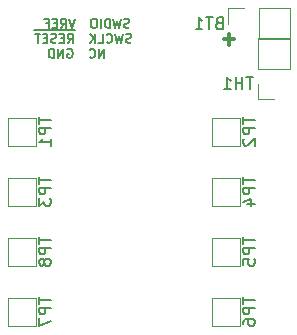
<source format=gbo>
G04 #@! TF.GenerationSoftware,KiCad,Pcbnew,(5.1.5)-3*
G04 #@! TF.CreationDate,2020-02-07T15:38:24-08:00*
G04 #@! TF.ProjectId,pcb,7063622e-6b69-4636-9164-5f7063625858,v1.1*
G04 #@! TF.SameCoordinates,Original*
G04 #@! TF.FileFunction,Legend,Bot*
G04 #@! TF.FilePolarity,Positive*
%FSLAX46Y46*%
G04 Gerber Fmt 4.6, Leading zero omitted, Abs format (unit mm)*
G04 Created by KiCad (PCBNEW (5.1.5)-3) date 2020-02-07 15:38:24*
%MOMM*%
%LPD*%
G04 APERTURE LIST*
%ADD10C,0.300000*%
%ADD11C,0.127000*%
%ADD12C,0.120000*%
%ADD13C,0.150000*%
G04 APERTURE END LIST*
D10*
X150164857Y-90719285D02*
X151079142Y-90719285D01*
X150622000Y-90262142D02*
X150622000Y-91176428D01*
D11*
X142167428Y-89716428D02*
X142058571Y-89752714D01*
X141877142Y-89752714D01*
X141804571Y-89716428D01*
X141768285Y-89680142D01*
X141732000Y-89607571D01*
X141732000Y-89535000D01*
X141768285Y-89462428D01*
X141804571Y-89426142D01*
X141877142Y-89389857D01*
X142022285Y-89353571D01*
X142094857Y-89317285D01*
X142131142Y-89281000D01*
X142167428Y-89208428D01*
X142167428Y-89135857D01*
X142131142Y-89063285D01*
X142094857Y-89027000D01*
X142022285Y-88990714D01*
X141840857Y-88990714D01*
X141732000Y-89027000D01*
X141478000Y-88990714D02*
X141296571Y-89752714D01*
X141151428Y-89208428D01*
X141006285Y-89752714D01*
X140824857Y-88990714D01*
X140534571Y-89752714D02*
X140534571Y-88990714D01*
X140353142Y-88990714D01*
X140244285Y-89027000D01*
X140171714Y-89099571D01*
X140135428Y-89172142D01*
X140099142Y-89317285D01*
X140099142Y-89426142D01*
X140135428Y-89571285D01*
X140171714Y-89643857D01*
X140244285Y-89716428D01*
X140353142Y-89752714D01*
X140534571Y-89752714D01*
X139772571Y-89752714D02*
X139772571Y-88990714D01*
X139264571Y-88990714D02*
X139119428Y-88990714D01*
X139046857Y-89027000D01*
X138974285Y-89099571D01*
X138938000Y-89244714D01*
X138938000Y-89498714D01*
X138974285Y-89643857D01*
X139046857Y-89716428D01*
X139119428Y-89752714D01*
X139264571Y-89752714D01*
X139337142Y-89716428D01*
X139409714Y-89643857D01*
X139446000Y-89498714D01*
X139446000Y-89244714D01*
X139409714Y-89099571D01*
X139337142Y-89027000D01*
X139264571Y-88990714D01*
X137559142Y-88990714D02*
X137305142Y-89752714D01*
X137051142Y-88990714D01*
X136361714Y-89752714D02*
X136615714Y-89389857D01*
X136797142Y-89752714D02*
X136797142Y-88990714D01*
X136506857Y-88990714D01*
X136434285Y-89027000D01*
X136398000Y-89063285D01*
X136361714Y-89135857D01*
X136361714Y-89244714D01*
X136398000Y-89317285D01*
X136434285Y-89353571D01*
X136506857Y-89389857D01*
X136797142Y-89389857D01*
X136035142Y-89353571D02*
X135781142Y-89353571D01*
X135672285Y-89752714D02*
X136035142Y-89752714D01*
X136035142Y-88990714D01*
X135672285Y-88990714D01*
X135091714Y-89353571D02*
X135345714Y-89353571D01*
X135345714Y-89752714D02*
X135345714Y-88990714D01*
X134982857Y-88990714D01*
X142330714Y-90986428D02*
X142221857Y-91022714D01*
X142040428Y-91022714D01*
X141967857Y-90986428D01*
X141931571Y-90950142D01*
X141895285Y-90877571D01*
X141895285Y-90805000D01*
X141931571Y-90732428D01*
X141967857Y-90696142D01*
X142040428Y-90659857D01*
X142185571Y-90623571D01*
X142258142Y-90587285D01*
X142294428Y-90551000D01*
X142330714Y-90478428D01*
X142330714Y-90405857D01*
X142294428Y-90333285D01*
X142258142Y-90297000D01*
X142185571Y-90260714D01*
X142004142Y-90260714D01*
X141895285Y-90297000D01*
X141641285Y-90260714D02*
X141459857Y-91022714D01*
X141314714Y-90478428D01*
X141169571Y-91022714D01*
X140988142Y-90260714D01*
X140262428Y-90950142D02*
X140298714Y-90986428D01*
X140407571Y-91022714D01*
X140480142Y-91022714D01*
X140589000Y-90986428D01*
X140661571Y-90913857D01*
X140697857Y-90841285D01*
X140734142Y-90696142D01*
X140734142Y-90587285D01*
X140697857Y-90442142D01*
X140661571Y-90369571D01*
X140589000Y-90297000D01*
X140480142Y-90260714D01*
X140407571Y-90260714D01*
X140298714Y-90297000D01*
X140262428Y-90333285D01*
X139573000Y-91022714D02*
X139935857Y-91022714D01*
X139935857Y-90260714D01*
X139319000Y-91022714D02*
X139319000Y-90260714D01*
X138883571Y-91022714D02*
X139210142Y-90587285D01*
X138883571Y-90260714D02*
X139319000Y-90696142D01*
X137577285Y-89964260D02*
X136815285Y-89964260D01*
X136960428Y-91022714D02*
X137214428Y-90659857D01*
X137395857Y-91022714D02*
X137395857Y-90260714D01*
X137105571Y-90260714D01*
X137033000Y-90297000D01*
X136996714Y-90333285D01*
X136960428Y-90405857D01*
X136960428Y-90514714D01*
X136996714Y-90587285D01*
X137033000Y-90623571D01*
X137105571Y-90659857D01*
X137395857Y-90659857D01*
X136815285Y-89964260D02*
X136125857Y-89964260D01*
X136633857Y-90623571D02*
X136379857Y-90623571D01*
X136271000Y-91022714D02*
X136633857Y-91022714D01*
X136633857Y-90260714D01*
X136271000Y-90260714D01*
X136125857Y-89964260D02*
X135400142Y-89964260D01*
X135980714Y-90986428D02*
X135871857Y-91022714D01*
X135690428Y-91022714D01*
X135617857Y-90986428D01*
X135581571Y-90950142D01*
X135545285Y-90877571D01*
X135545285Y-90805000D01*
X135581571Y-90732428D01*
X135617857Y-90696142D01*
X135690428Y-90659857D01*
X135835571Y-90623571D01*
X135908142Y-90587285D01*
X135944428Y-90551000D01*
X135980714Y-90478428D01*
X135980714Y-90405857D01*
X135944428Y-90333285D01*
X135908142Y-90297000D01*
X135835571Y-90260714D01*
X135654142Y-90260714D01*
X135545285Y-90297000D01*
X135400142Y-89964260D02*
X134710714Y-89964260D01*
X135218714Y-90623571D02*
X134964714Y-90623571D01*
X134855857Y-91022714D02*
X135218714Y-91022714D01*
X135218714Y-90260714D01*
X134855857Y-90260714D01*
X134710714Y-89964260D02*
X134130142Y-89964260D01*
X134638142Y-90260714D02*
X134202714Y-90260714D01*
X134420428Y-91022714D02*
X134420428Y-90260714D01*
X140062857Y-92292714D02*
X140062857Y-91530714D01*
X139627428Y-92292714D01*
X139627428Y-91530714D01*
X138829142Y-92220142D02*
X138865428Y-92256428D01*
X138974285Y-92292714D01*
X139046857Y-92292714D01*
X139155714Y-92256428D01*
X139228285Y-92183857D01*
X139264571Y-92111285D01*
X139300857Y-91966142D01*
X139300857Y-91857285D01*
X139264571Y-91712142D01*
X139228285Y-91639571D01*
X139155714Y-91567000D01*
X139046857Y-91530714D01*
X138974285Y-91530714D01*
X138865428Y-91567000D01*
X138829142Y-91603285D01*
X136942285Y-91567000D02*
X137014857Y-91530714D01*
X137123714Y-91530714D01*
X137232571Y-91567000D01*
X137305142Y-91639571D01*
X137341428Y-91712142D01*
X137377714Y-91857285D01*
X137377714Y-91966142D01*
X137341428Y-92111285D01*
X137305142Y-92183857D01*
X137232571Y-92256428D01*
X137123714Y-92292714D01*
X137051142Y-92292714D01*
X136942285Y-92256428D01*
X136906000Y-92220142D01*
X136906000Y-91966142D01*
X137051142Y-91966142D01*
X136579428Y-92292714D02*
X136579428Y-91530714D01*
X136144000Y-92292714D01*
X136144000Y-91530714D01*
X135781142Y-92292714D02*
X135781142Y-91530714D01*
X135599714Y-91530714D01*
X135490857Y-91567000D01*
X135418285Y-91639571D01*
X135382000Y-91712142D01*
X135345714Y-91857285D01*
X135345714Y-91966142D01*
X135382000Y-92111285D01*
X135418285Y-92183857D01*
X135490857Y-92256428D01*
X135599714Y-92292714D01*
X135781142Y-92292714D01*
D12*
X131896000Y-109912000D02*
X134296000Y-109912000D01*
X131896000Y-107512000D02*
X131896000Y-109912000D01*
X134296000Y-107512000D02*
X131896000Y-107512000D01*
X134296000Y-109912000D02*
X134296000Y-107512000D01*
X131896000Y-114992000D02*
X134296000Y-114992000D01*
X131896000Y-112592000D02*
X131896000Y-114992000D01*
X134296000Y-112592000D02*
X131896000Y-112592000D01*
X134296000Y-114992000D02*
X134296000Y-112592000D01*
X149168000Y-114992000D02*
X151568000Y-114992000D01*
X149168000Y-112592000D02*
X149168000Y-114992000D01*
X151568000Y-112592000D02*
X149168000Y-112592000D01*
X151568000Y-114992000D02*
X151568000Y-112592000D01*
X149168000Y-109912000D02*
X151568000Y-109912000D01*
X149168000Y-107512000D02*
X149168000Y-109912000D01*
X151568000Y-107512000D02*
X149168000Y-107512000D01*
X151568000Y-109912000D02*
X151568000Y-107512000D01*
X149168000Y-104832000D02*
X151568000Y-104832000D01*
X149168000Y-102432000D02*
X149168000Y-104832000D01*
X151568000Y-102432000D02*
X149168000Y-102432000D01*
X151568000Y-104832000D02*
X151568000Y-102432000D01*
X131896000Y-104832000D02*
X134296000Y-104832000D01*
X131896000Y-102432000D02*
X131896000Y-104832000D01*
X134296000Y-102432000D02*
X131896000Y-102432000D01*
X134296000Y-104832000D02*
X134296000Y-102432000D01*
X131896000Y-99752000D02*
X134296000Y-99752000D01*
X131896000Y-97352000D02*
X131896000Y-99752000D01*
X134296000Y-97352000D02*
X131896000Y-97352000D01*
X134296000Y-99752000D02*
X134296000Y-97352000D01*
X149168000Y-99752000D02*
X151568000Y-99752000D01*
X149168000Y-97352000D02*
X149168000Y-99752000D01*
X151568000Y-97352000D02*
X149168000Y-97352000D01*
X151568000Y-99752000D02*
X151568000Y-97352000D01*
X153102000Y-95818000D02*
X154432000Y-95818000D01*
X153102000Y-94488000D02*
X153102000Y-95818000D01*
X153102000Y-93218000D02*
X155762000Y-93218000D01*
X155762000Y-93218000D02*
X155762000Y-90618000D01*
X153102000Y-93218000D02*
X153102000Y-90618000D01*
X153102000Y-90618000D02*
X155762000Y-90618000D01*
X155762000Y-88078000D02*
X155762000Y-90738000D01*
X153162000Y-88078000D02*
X155762000Y-88078000D01*
X153162000Y-90738000D02*
X155762000Y-90738000D01*
X153162000Y-88078000D02*
X153162000Y-90738000D01*
X151892000Y-88078000D02*
X150562000Y-88078000D01*
X150562000Y-88078000D02*
X150562000Y-89408000D01*
D13*
X134546380Y-107450095D02*
X134546380Y-108021523D01*
X135546380Y-107735809D02*
X134546380Y-107735809D01*
X135546380Y-108354857D02*
X134546380Y-108354857D01*
X134546380Y-108735809D01*
X134594000Y-108831047D01*
X134641619Y-108878666D01*
X134736857Y-108926285D01*
X134879714Y-108926285D01*
X134974952Y-108878666D01*
X135022571Y-108831047D01*
X135070190Y-108735809D01*
X135070190Y-108354857D01*
X134974952Y-109497714D02*
X134927333Y-109402476D01*
X134879714Y-109354857D01*
X134784476Y-109307238D01*
X134736857Y-109307238D01*
X134641619Y-109354857D01*
X134594000Y-109402476D01*
X134546380Y-109497714D01*
X134546380Y-109688190D01*
X134594000Y-109783428D01*
X134641619Y-109831047D01*
X134736857Y-109878666D01*
X134784476Y-109878666D01*
X134879714Y-109831047D01*
X134927333Y-109783428D01*
X134974952Y-109688190D01*
X134974952Y-109497714D01*
X135022571Y-109402476D01*
X135070190Y-109354857D01*
X135165428Y-109307238D01*
X135355904Y-109307238D01*
X135451142Y-109354857D01*
X135498761Y-109402476D01*
X135546380Y-109497714D01*
X135546380Y-109688190D01*
X135498761Y-109783428D01*
X135451142Y-109831047D01*
X135355904Y-109878666D01*
X135165428Y-109878666D01*
X135070190Y-109831047D01*
X135022571Y-109783428D01*
X134974952Y-109688190D01*
X134546380Y-112530095D02*
X134546380Y-113101523D01*
X135546380Y-112815809D02*
X134546380Y-112815809D01*
X135546380Y-113434857D02*
X134546380Y-113434857D01*
X134546380Y-113815809D01*
X134594000Y-113911047D01*
X134641619Y-113958666D01*
X134736857Y-114006285D01*
X134879714Y-114006285D01*
X134974952Y-113958666D01*
X135022571Y-113911047D01*
X135070190Y-113815809D01*
X135070190Y-113434857D01*
X134546380Y-114339619D02*
X134546380Y-115006285D01*
X135546380Y-114577714D01*
X151818380Y-112530095D02*
X151818380Y-113101523D01*
X152818380Y-112815809D02*
X151818380Y-112815809D01*
X152818380Y-113434857D02*
X151818380Y-113434857D01*
X151818380Y-113815809D01*
X151866000Y-113911047D01*
X151913619Y-113958666D01*
X152008857Y-114006285D01*
X152151714Y-114006285D01*
X152246952Y-113958666D01*
X152294571Y-113911047D01*
X152342190Y-113815809D01*
X152342190Y-113434857D01*
X151818380Y-114863428D02*
X151818380Y-114672952D01*
X151866000Y-114577714D01*
X151913619Y-114530095D01*
X152056476Y-114434857D01*
X152246952Y-114387238D01*
X152627904Y-114387238D01*
X152723142Y-114434857D01*
X152770761Y-114482476D01*
X152818380Y-114577714D01*
X152818380Y-114768190D01*
X152770761Y-114863428D01*
X152723142Y-114911047D01*
X152627904Y-114958666D01*
X152389809Y-114958666D01*
X152294571Y-114911047D01*
X152246952Y-114863428D01*
X152199333Y-114768190D01*
X152199333Y-114577714D01*
X152246952Y-114482476D01*
X152294571Y-114434857D01*
X152389809Y-114387238D01*
X151818380Y-107450095D02*
X151818380Y-108021523D01*
X152818380Y-107735809D02*
X151818380Y-107735809D01*
X152818380Y-108354857D02*
X151818380Y-108354857D01*
X151818380Y-108735809D01*
X151866000Y-108831047D01*
X151913619Y-108878666D01*
X152008857Y-108926285D01*
X152151714Y-108926285D01*
X152246952Y-108878666D01*
X152294571Y-108831047D01*
X152342190Y-108735809D01*
X152342190Y-108354857D01*
X151818380Y-109831047D02*
X151818380Y-109354857D01*
X152294571Y-109307238D01*
X152246952Y-109354857D01*
X152199333Y-109450095D01*
X152199333Y-109688190D01*
X152246952Y-109783428D01*
X152294571Y-109831047D01*
X152389809Y-109878666D01*
X152627904Y-109878666D01*
X152723142Y-109831047D01*
X152770761Y-109783428D01*
X152818380Y-109688190D01*
X152818380Y-109450095D01*
X152770761Y-109354857D01*
X152723142Y-109307238D01*
X151818380Y-102370095D02*
X151818380Y-102941523D01*
X152818380Y-102655809D02*
X151818380Y-102655809D01*
X152818380Y-103274857D02*
X151818380Y-103274857D01*
X151818380Y-103655809D01*
X151866000Y-103751047D01*
X151913619Y-103798666D01*
X152008857Y-103846285D01*
X152151714Y-103846285D01*
X152246952Y-103798666D01*
X152294571Y-103751047D01*
X152342190Y-103655809D01*
X152342190Y-103274857D01*
X152151714Y-104703428D02*
X152818380Y-104703428D01*
X151770761Y-104465333D02*
X152485047Y-104227238D01*
X152485047Y-104846285D01*
X134546380Y-102370095D02*
X134546380Y-102941523D01*
X135546380Y-102655809D02*
X134546380Y-102655809D01*
X135546380Y-103274857D02*
X134546380Y-103274857D01*
X134546380Y-103655809D01*
X134594000Y-103751047D01*
X134641619Y-103798666D01*
X134736857Y-103846285D01*
X134879714Y-103846285D01*
X134974952Y-103798666D01*
X135022571Y-103751047D01*
X135070190Y-103655809D01*
X135070190Y-103274857D01*
X134546380Y-104179619D02*
X134546380Y-104798666D01*
X134927333Y-104465333D01*
X134927333Y-104608190D01*
X134974952Y-104703428D01*
X135022571Y-104751047D01*
X135117809Y-104798666D01*
X135355904Y-104798666D01*
X135451142Y-104751047D01*
X135498761Y-104703428D01*
X135546380Y-104608190D01*
X135546380Y-104322476D01*
X135498761Y-104227238D01*
X135451142Y-104179619D01*
X134546380Y-97290095D02*
X134546380Y-97861523D01*
X135546380Y-97575809D02*
X134546380Y-97575809D01*
X135546380Y-98194857D02*
X134546380Y-98194857D01*
X134546380Y-98575809D01*
X134594000Y-98671047D01*
X134641619Y-98718666D01*
X134736857Y-98766285D01*
X134879714Y-98766285D01*
X134974952Y-98718666D01*
X135022571Y-98671047D01*
X135070190Y-98575809D01*
X135070190Y-98194857D01*
X135546380Y-99718666D02*
X135546380Y-99147238D01*
X135546380Y-99432952D02*
X134546380Y-99432952D01*
X134689238Y-99337714D01*
X134784476Y-99242476D01*
X134832095Y-99147238D01*
X151818380Y-97290095D02*
X151818380Y-97861523D01*
X152818380Y-97575809D02*
X151818380Y-97575809D01*
X152818380Y-98194857D02*
X151818380Y-98194857D01*
X151818380Y-98575809D01*
X151866000Y-98671047D01*
X151913619Y-98718666D01*
X152008857Y-98766285D01*
X152151714Y-98766285D01*
X152246952Y-98718666D01*
X152294571Y-98671047D01*
X152342190Y-98575809D01*
X152342190Y-98194857D01*
X151913619Y-99147238D02*
X151866000Y-99194857D01*
X151818380Y-99290095D01*
X151818380Y-99528190D01*
X151866000Y-99623428D01*
X151913619Y-99671047D01*
X152008857Y-99718666D01*
X152104095Y-99718666D01*
X152246952Y-99671047D01*
X152818380Y-99099619D01*
X152818380Y-99718666D01*
X152669714Y-93940380D02*
X152098285Y-93940380D01*
X152384000Y-94940380D02*
X152384000Y-93940380D01*
X151764952Y-94940380D02*
X151764952Y-93940380D01*
X151764952Y-94416571D02*
X151193523Y-94416571D01*
X151193523Y-94940380D02*
X151193523Y-93940380D01*
X150193523Y-94940380D02*
X150764952Y-94940380D01*
X150479238Y-94940380D02*
X150479238Y-93940380D01*
X150574476Y-94083238D01*
X150669714Y-94178476D01*
X150764952Y-94226095D01*
X149756714Y-89336571D02*
X149613857Y-89384190D01*
X149566238Y-89431809D01*
X149518619Y-89527047D01*
X149518619Y-89669904D01*
X149566238Y-89765142D01*
X149613857Y-89812761D01*
X149709095Y-89860380D01*
X150090047Y-89860380D01*
X150090047Y-88860380D01*
X149756714Y-88860380D01*
X149661476Y-88908000D01*
X149613857Y-88955619D01*
X149566238Y-89050857D01*
X149566238Y-89146095D01*
X149613857Y-89241333D01*
X149661476Y-89288952D01*
X149756714Y-89336571D01*
X150090047Y-89336571D01*
X149232904Y-88860380D02*
X148661476Y-88860380D01*
X148947190Y-89860380D02*
X148947190Y-88860380D01*
X147804333Y-89860380D02*
X148375761Y-89860380D01*
X148090047Y-89860380D02*
X148090047Y-88860380D01*
X148185285Y-89003238D01*
X148280523Y-89098476D01*
X148375761Y-89146095D01*
M02*

</source>
